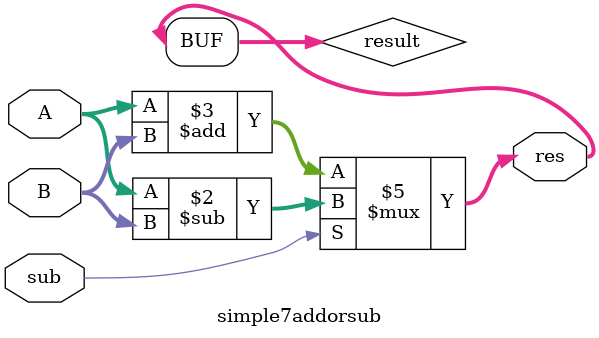
<source format=v>
module simple7addorsub
(
input [6:0] A, B,
output [6:0] res,
input sub
);

reg [6:0] result;
assign res = result;
always @(*) begin

	if (sub)
		result = A - B;
	else
		result = A + B;

end

endmodule
</source>
